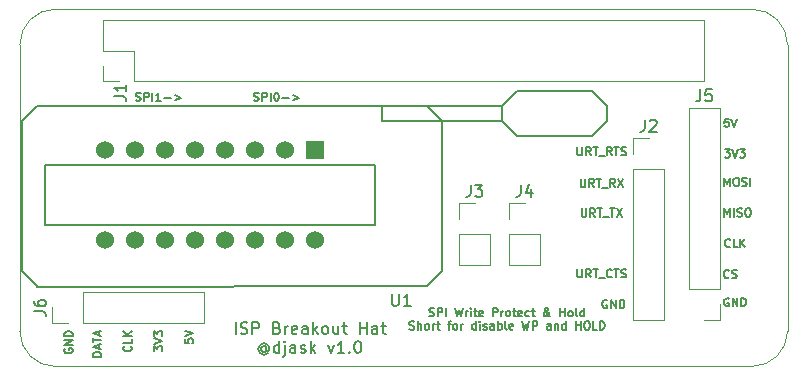
<source format=gbr>
G04 #@! TF.GenerationSoftware,KiCad,Pcbnew,(6.0.4)*
G04 #@! TF.CreationDate,2022-07-30T17:53:10+10:00*
G04 #@! TF.ProjectId,rpi_hat,7270695f-6861-4742-9e6b-696361645f70,rev?*
G04 #@! TF.SameCoordinates,Original*
G04 #@! TF.FileFunction,Legend,Top*
G04 #@! TF.FilePolarity,Positive*
%FSLAX46Y46*%
G04 Gerber Fmt 4.6, Leading zero omitted, Abs format (unit mm)*
G04 Created by KiCad (PCBNEW (6.0.4)) date 2022-07-30 17:53:10*
%MOMM*%
%LPD*%
G01*
G04 APERTURE LIST*
G04 #@! TA.AperFunction,Profile*
%ADD10C,0.100000*%
G04 #@! TD*
%ADD11C,0.150000*%
%ADD12C,0.120000*%
%ADD13R,1.524000X1.524000*%
%ADD14C,1.524000*%
G04 APERTURE END LIST*
D10*
X162250000Y-89999995D02*
G75*
G03*
X165249995Y-87000000I-2600J3002595D01*
G01*
X100250000Y-62750000D02*
X100250000Y-87000000D01*
X165250000Y-62750000D02*
G75*
G03*
X162250000Y-59750000I-3000000J0D01*
G01*
X162250000Y-59750000D02*
X103250000Y-59750000D01*
X165250000Y-87000000D02*
X165250000Y-62750000D01*
X103250000Y-90000000D02*
X162250000Y-90000000D01*
X103250000Y-59750000D02*
G75*
G03*
X100250000Y-62750000I0J-3000000D01*
G01*
X100250000Y-87000000D02*
G75*
G03*
X103250000Y-90000000I3000000J0D01*
G01*
D11*
X134933333Y-85719833D02*
X135033333Y-85753166D01*
X135200000Y-85753166D01*
X135266666Y-85719833D01*
X135300000Y-85686500D01*
X135333333Y-85619833D01*
X135333333Y-85553166D01*
X135300000Y-85486500D01*
X135266666Y-85453166D01*
X135200000Y-85419833D01*
X135066666Y-85386500D01*
X135000000Y-85353166D01*
X134966666Y-85319833D01*
X134933333Y-85253166D01*
X134933333Y-85186500D01*
X134966666Y-85119833D01*
X135000000Y-85086500D01*
X135066666Y-85053166D01*
X135233333Y-85053166D01*
X135333333Y-85086500D01*
X135633333Y-85753166D02*
X135633333Y-85053166D01*
X135900000Y-85053166D01*
X135966666Y-85086500D01*
X136000000Y-85119833D01*
X136033333Y-85186500D01*
X136033333Y-85286500D01*
X136000000Y-85353166D01*
X135966666Y-85386500D01*
X135900000Y-85419833D01*
X135633333Y-85419833D01*
X136333333Y-85753166D02*
X136333333Y-85053166D01*
X137133333Y-85053166D02*
X137300000Y-85753166D01*
X137433333Y-85253166D01*
X137566666Y-85753166D01*
X137733333Y-85053166D01*
X138000000Y-85753166D02*
X138000000Y-85286500D01*
X138000000Y-85419833D02*
X138033333Y-85353166D01*
X138066666Y-85319833D01*
X138133333Y-85286500D01*
X138200000Y-85286500D01*
X138433333Y-85753166D02*
X138433333Y-85286500D01*
X138433333Y-85053166D02*
X138400000Y-85086500D01*
X138433333Y-85119833D01*
X138466666Y-85086500D01*
X138433333Y-85053166D01*
X138433333Y-85119833D01*
X138666666Y-85286500D02*
X138933333Y-85286500D01*
X138766666Y-85053166D02*
X138766666Y-85653166D01*
X138800000Y-85719833D01*
X138866666Y-85753166D01*
X138933333Y-85753166D01*
X139433333Y-85719833D02*
X139366666Y-85753166D01*
X139233333Y-85753166D01*
X139166666Y-85719833D01*
X139133333Y-85653166D01*
X139133333Y-85386500D01*
X139166666Y-85319833D01*
X139233333Y-85286500D01*
X139366666Y-85286500D01*
X139433333Y-85319833D01*
X139466666Y-85386500D01*
X139466666Y-85453166D01*
X139133333Y-85519833D01*
X140300000Y-85753166D02*
X140300000Y-85053166D01*
X140566666Y-85053166D01*
X140633333Y-85086500D01*
X140666666Y-85119833D01*
X140700000Y-85186500D01*
X140700000Y-85286500D01*
X140666666Y-85353166D01*
X140633333Y-85386500D01*
X140566666Y-85419833D01*
X140300000Y-85419833D01*
X141000000Y-85753166D02*
X141000000Y-85286500D01*
X141000000Y-85419833D02*
X141033333Y-85353166D01*
X141066666Y-85319833D01*
X141133333Y-85286500D01*
X141200000Y-85286500D01*
X141533333Y-85753166D02*
X141466666Y-85719833D01*
X141433333Y-85686500D01*
X141400000Y-85619833D01*
X141400000Y-85419833D01*
X141433333Y-85353166D01*
X141466666Y-85319833D01*
X141533333Y-85286500D01*
X141633333Y-85286500D01*
X141700000Y-85319833D01*
X141733333Y-85353166D01*
X141766666Y-85419833D01*
X141766666Y-85619833D01*
X141733333Y-85686500D01*
X141700000Y-85719833D01*
X141633333Y-85753166D01*
X141533333Y-85753166D01*
X141966666Y-85286500D02*
X142233333Y-85286500D01*
X142066666Y-85053166D02*
X142066666Y-85653166D01*
X142100000Y-85719833D01*
X142166666Y-85753166D01*
X142233333Y-85753166D01*
X142733333Y-85719833D02*
X142666666Y-85753166D01*
X142533333Y-85753166D01*
X142466666Y-85719833D01*
X142433333Y-85653166D01*
X142433333Y-85386500D01*
X142466666Y-85319833D01*
X142533333Y-85286500D01*
X142666666Y-85286500D01*
X142733333Y-85319833D01*
X142766666Y-85386500D01*
X142766666Y-85453166D01*
X142433333Y-85519833D01*
X143366666Y-85719833D02*
X143300000Y-85753166D01*
X143166666Y-85753166D01*
X143100000Y-85719833D01*
X143066666Y-85686500D01*
X143033333Y-85619833D01*
X143033333Y-85419833D01*
X143066666Y-85353166D01*
X143100000Y-85319833D01*
X143166666Y-85286500D01*
X143300000Y-85286500D01*
X143366666Y-85319833D01*
X143566666Y-85286500D02*
X143833333Y-85286500D01*
X143666666Y-85053166D02*
X143666666Y-85653166D01*
X143700000Y-85719833D01*
X143766666Y-85753166D01*
X143833333Y-85753166D01*
X145166666Y-85753166D02*
X145133333Y-85753166D01*
X145066666Y-85719833D01*
X144966666Y-85619833D01*
X144800000Y-85419833D01*
X144733333Y-85319833D01*
X144700000Y-85219833D01*
X144700000Y-85153166D01*
X144733333Y-85086500D01*
X144800000Y-85053166D01*
X144833333Y-85053166D01*
X144900000Y-85086500D01*
X144933333Y-85153166D01*
X144933333Y-85186500D01*
X144900000Y-85253166D01*
X144866666Y-85286500D01*
X144666666Y-85419833D01*
X144633333Y-85453166D01*
X144600000Y-85519833D01*
X144600000Y-85619833D01*
X144633333Y-85686500D01*
X144666666Y-85719833D01*
X144733333Y-85753166D01*
X144833333Y-85753166D01*
X144900000Y-85719833D01*
X144933333Y-85686500D01*
X145033333Y-85553166D01*
X145066666Y-85453166D01*
X145066666Y-85386500D01*
X146000000Y-85753166D02*
X146000000Y-85053166D01*
X146000000Y-85386500D02*
X146400000Y-85386500D01*
X146400000Y-85753166D02*
X146400000Y-85053166D01*
X146833333Y-85753166D02*
X146766666Y-85719833D01*
X146733333Y-85686500D01*
X146700000Y-85619833D01*
X146700000Y-85419833D01*
X146733333Y-85353166D01*
X146766666Y-85319833D01*
X146833333Y-85286500D01*
X146933333Y-85286500D01*
X147000000Y-85319833D01*
X147033333Y-85353166D01*
X147066666Y-85419833D01*
X147066666Y-85619833D01*
X147033333Y-85686500D01*
X147000000Y-85719833D01*
X146933333Y-85753166D01*
X146833333Y-85753166D01*
X147466666Y-85753166D02*
X147400000Y-85719833D01*
X147366666Y-85653166D01*
X147366666Y-85053166D01*
X148033333Y-85753166D02*
X148033333Y-85053166D01*
X148033333Y-85719833D02*
X147966666Y-85753166D01*
X147833333Y-85753166D01*
X147766666Y-85719833D01*
X147733333Y-85686500D01*
X147700000Y-85619833D01*
X147700000Y-85419833D01*
X147733333Y-85353166D01*
X147766666Y-85319833D01*
X147833333Y-85286500D01*
X147966666Y-85286500D01*
X148033333Y-85319833D01*
X133233333Y-86846833D02*
X133333333Y-86880166D01*
X133500000Y-86880166D01*
X133566666Y-86846833D01*
X133600000Y-86813500D01*
X133633333Y-86746833D01*
X133633333Y-86680166D01*
X133600000Y-86613500D01*
X133566666Y-86580166D01*
X133500000Y-86546833D01*
X133366666Y-86513500D01*
X133300000Y-86480166D01*
X133266666Y-86446833D01*
X133233333Y-86380166D01*
X133233333Y-86313500D01*
X133266666Y-86246833D01*
X133300000Y-86213500D01*
X133366666Y-86180166D01*
X133533333Y-86180166D01*
X133633333Y-86213500D01*
X133933333Y-86880166D02*
X133933333Y-86180166D01*
X134233333Y-86880166D02*
X134233333Y-86513500D01*
X134200000Y-86446833D01*
X134133333Y-86413500D01*
X134033333Y-86413500D01*
X133966666Y-86446833D01*
X133933333Y-86480166D01*
X134666666Y-86880166D02*
X134600000Y-86846833D01*
X134566666Y-86813500D01*
X134533333Y-86746833D01*
X134533333Y-86546833D01*
X134566666Y-86480166D01*
X134600000Y-86446833D01*
X134666666Y-86413500D01*
X134766666Y-86413500D01*
X134833333Y-86446833D01*
X134866666Y-86480166D01*
X134900000Y-86546833D01*
X134900000Y-86746833D01*
X134866666Y-86813500D01*
X134833333Y-86846833D01*
X134766666Y-86880166D01*
X134666666Y-86880166D01*
X135200000Y-86880166D02*
X135200000Y-86413500D01*
X135200000Y-86546833D02*
X135233333Y-86480166D01*
X135266666Y-86446833D01*
X135333333Y-86413500D01*
X135400000Y-86413500D01*
X135533333Y-86413500D02*
X135800000Y-86413500D01*
X135633333Y-86180166D02*
X135633333Y-86780166D01*
X135666666Y-86846833D01*
X135733333Y-86880166D01*
X135800000Y-86880166D01*
X136466666Y-86413500D02*
X136733333Y-86413500D01*
X136566666Y-86880166D02*
X136566666Y-86280166D01*
X136600000Y-86213500D01*
X136666666Y-86180166D01*
X136733333Y-86180166D01*
X137066666Y-86880166D02*
X137000000Y-86846833D01*
X136966666Y-86813500D01*
X136933333Y-86746833D01*
X136933333Y-86546833D01*
X136966666Y-86480166D01*
X137000000Y-86446833D01*
X137066666Y-86413500D01*
X137166666Y-86413500D01*
X137233333Y-86446833D01*
X137266666Y-86480166D01*
X137300000Y-86546833D01*
X137300000Y-86746833D01*
X137266666Y-86813500D01*
X137233333Y-86846833D01*
X137166666Y-86880166D01*
X137066666Y-86880166D01*
X137600000Y-86880166D02*
X137600000Y-86413500D01*
X137600000Y-86546833D02*
X137633333Y-86480166D01*
X137666666Y-86446833D01*
X137733333Y-86413500D01*
X137800000Y-86413500D01*
X138866666Y-86880166D02*
X138866666Y-86180166D01*
X138866666Y-86846833D02*
X138800000Y-86880166D01*
X138666666Y-86880166D01*
X138600000Y-86846833D01*
X138566666Y-86813500D01*
X138533333Y-86746833D01*
X138533333Y-86546833D01*
X138566666Y-86480166D01*
X138600000Y-86446833D01*
X138666666Y-86413500D01*
X138800000Y-86413500D01*
X138866666Y-86446833D01*
X139200000Y-86880166D02*
X139200000Y-86413500D01*
X139200000Y-86180166D02*
X139166666Y-86213500D01*
X139200000Y-86246833D01*
X139233333Y-86213500D01*
X139200000Y-86180166D01*
X139200000Y-86246833D01*
X139500000Y-86846833D02*
X139566666Y-86880166D01*
X139700000Y-86880166D01*
X139766666Y-86846833D01*
X139800000Y-86780166D01*
X139800000Y-86746833D01*
X139766666Y-86680166D01*
X139700000Y-86646833D01*
X139600000Y-86646833D01*
X139533333Y-86613500D01*
X139500000Y-86546833D01*
X139500000Y-86513500D01*
X139533333Y-86446833D01*
X139600000Y-86413500D01*
X139700000Y-86413500D01*
X139766666Y-86446833D01*
X140400000Y-86880166D02*
X140400000Y-86513500D01*
X140366666Y-86446833D01*
X140300000Y-86413500D01*
X140166666Y-86413500D01*
X140100000Y-86446833D01*
X140400000Y-86846833D02*
X140333333Y-86880166D01*
X140166666Y-86880166D01*
X140100000Y-86846833D01*
X140066666Y-86780166D01*
X140066666Y-86713500D01*
X140100000Y-86646833D01*
X140166666Y-86613500D01*
X140333333Y-86613500D01*
X140400000Y-86580166D01*
X140733333Y-86880166D02*
X140733333Y-86180166D01*
X140733333Y-86446833D02*
X140800000Y-86413500D01*
X140933333Y-86413500D01*
X141000000Y-86446833D01*
X141033333Y-86480166D01*
X141066666Y-86546833D01*
X141066666Y-86746833D01*
X141033333Y-86813500D01*
X141000000Y-86846833D01*
X140933333Y-86880166D01*
X140800000Y-86880166D01*
X140733333Y-86846833D01*
X141466666Y-86880166D02*
X141400000Y-86846833D01*
X141366666Y-86780166D01*
X141366666Y-86180166D01*
X142000000Y-86846833D02*
X141933333Y-86880166D01*
X141800000Y-86880166D01*
X141733333Y-86846833D01*
X141700000Y-86780166D01*
X141700000Y-86513500D01*
X141733333Y-86446833D01*
X141800000Y-86413500D01*
X141933333Y-86413500D01*
X142000000Y-86446833D01*
X142033333Y-86513500D01*
X142033333Y-86580166D01*
X141700000Y-86646833D01*
X142800000Y-86180166D02*
X142966666Y-86880166D01*
X143100000Y-86380166D01*
X143233333Y-86880166D01*
X143400000Y-86180166D01*
X143666666Y-86880166D02*
X143666666Y-86180166D01*
X143933333Y-86180166D01*
X144000000Y-86213500D01*
X144033333Y-86246833D01*
X144066666Y-86313500D01*
X144066666Y-86413500D01*
X144033333Y-86480166D01*
X144000000Y-86513500D01*
X143933333Y-86546833D01*
X143666666Y-86546833D01*
X145200000Y-86880166D02*
X145200000Y-86513500D01*
X145166666Y-86446833D01*
X145100000Y-86413500D01*
X144966666Y-86413500D01*
X144900000Y-86446833D01*
X145200000Y-86846833D02*
X145133333Y-86880166D01*
X144966666Y-86880166D01*
X144900000Y-86846833D01*
X144866666Y-86780166D01*
X144866666Y-86713500D01*
X144900000Y-86646833D01*
X144966666Y-86613500D01*
X145133333Y-86613500D01*
X145200000Y-86580166D01*
X145533333Y-86413500D02*
X145533333Y-86880166D01*
X145533333Y-86480166D02*
X145566666Y-86446833D01*
X145633333Y-86413500D01*
X145733333Y-86413500D01*
X145800000Y-86446833D01*
X145833333Y-86513500D01*
X145833333Y-86880166D01*
X146466666Y-86880166D02*
X146466666Y-86180166D01*
X146466666Y-86846833D02*
X146400000Y-86880166D01*
X146266666Y-86880166D01*
X146200000Y-86846833D01*
X146166666Y-86813500D01*
X146133333Y-86746833D01*
X146133333Y-86546833D01*
X146166666Y-86480166D01*
X146200000Y-86446833D01*
X146266666Y-86413500D01*
X146400000Y-86413500D01*
X146466666Y-86446833D01*
X147333333Y-86880166D02*
X147333333Y-86180166D01*
X147333333Y-86513500D02*
X147733333Y-86513500D01*
X147733333Y-86880166D02*
X147733333Y-86180166D01*
X148200000Y-86180166D02*
X148333333Y-86180166D01*
X148400000Y-86213500D01*
X148466666Y-86280166D01*
X148500000Y-86413500D01*
X148500000Y-86646833D01*
X148466666Y-86780166D01*
X148400000Y-86846833D01*
X148333333Y-86880166D01*
X148200000Y-86880166D01*
X148133333Y-86846833D01*
X148066666Y-86780166D01*
X148033333Y-86646833D01*
X148033333Y-86413500D01*
X148066666Y-86280166D01*
X148133333Y-86213500D01*
X148200000Y-86180166D01*
X149133333Y-86880166D02*
X148800000Y-86880166D01*
X148800000Y-86180166D01*
X149366666Y-86880166D02*
X149366666Y-86180166D01*
X149533333Y-86180166D01*
X149633333Y-86213500D01*
X149700000Y-86280166D01*
X149733333Y-86346833D01*
X149766666Y-86480166D01*
X149766666Y-86580166D01*
X149733333Y-86713500D01*
X149700000Y-86780166D01*
X149633333Y-86846833D01*
X149533333Y-86880166D01*
X149366666Y-86880166D01*
X118514285Y-87247380D02*
X118514285Y-86247380D01*
X118942857Y-87199761D02*
X119085714Y-87247380D01*
X119323809Y-87247380D01*
X119419047Y-87199761D01*
X119466666Y-87152142D01*
X119514285Y-87056904D01*
X119514285Y-86961666D01*
X119466666Y-86866428D01*
X119419047Y-86818809D01*
X119323809Y-86771190D01*
X119133333Y-86723571D01*
X119038095Y-86675952D01*
X118990476Y-86628333D01*
X118942857Y-86533095D01*
X118942857Y-86437857D01*
X118990476Y-86342619D01*
X119038095Y-86295000D01*
X119133333Y-86247380D01*
X119371428Y-86247380D01*
X119514285Y-86295000D01*
X119942857Y-87247380D02*
X119942857Y-86247380D01*
X120323809Y-86247380D01*
X120419047Y-86295000D01*
X120466666Y-86342619D01*
X120514285Y-86437857D01*
X120514285Y-86580714D01*
X120466666Y-86675952D01*
X120419047Y-86723571D01*
X120323809Y-86771190D01*
X119942857Y-86771190D01*
X122038095Y-86723571D02*
X122180952Y-86771190D01*
X122228571Y-86818809D01*
X122276190Y-86914047D01*
X122276190Y-87056904D01*
X122228571Y-87152142D01*
X122180952Y-87199761D01*
X122085714Y-87247380D01*
X121704761Y-87247380D01*
X121704761Y-86247380D01*
X122038095Y-86247380D01*
X122133333Y-86295000D01*
X122180952Y-86342619D01*
X122228571Y-86437857D01*
X122228571Y-86533095D01*
X122180952Y-86628333D01*
X122133333Y-86675952D01*
X122038095Y-86723571D01*
X121704761Y-86723571D01*
X122704761Y-87247380D02*
X122704761Y-86580714D01*
X122704761Y-86771190D02*
X122752380Y-86675952D01*
X122800000Y-86628333D01*
X122895238Y-86580714D01*
X122990476Y-86580714D01*
X123704761Y-87199761D02*
X123609523Y-87247380D01*
X123419047Y-87247380D01*
X123323809Y-87199761D01*
X123276190Y-87104523D01*
X123276190Y-86723571D01*
X123323809Y-86628333D01*
X123419047Y-86580714D01*
X123609523Y-86580714D01*
X123704761Y-86628333D01*
X123752380Y-86723571D01*
X123752380Y-86818809D01*
X123276190Y-86914047D01*
X124609523Y-87247380D02*
X124609523Y-86723571D01*
X124561904Y-86628333D01*
X124466666Y-86580714D01*
X124276190Y-86580714D01*
X124180952Y-86628333D01*
X124609523Y-87199761D02*
X124514285Y-87247380D01*
X124276190Y-87247380D01*
X124180952Y-87199761D01*
X124133333Y-87104523D01*
X124133333Y-87009285D01*
X124180952Y-86914047D01*
X124276190Y-86866428D01*
X124514285Y-86866428D01*
X124609523Y-86818809D01*
X125085714Y-87247380D02*
X125085714Y-86247380D01*
X125180952Y-86866428D02*
X125466666Y-87247380D01*
X125466666Y-86580714D02*
X125085714Y-86961666D01*
X126038095Y-87247380D02*
X125942857Y-87199761D01*
X125895238Y-87152142D01*
X125847619Y-87056904D01*
X125847619Y-86771190D01*
X125895238Y-86675952D01*
X125942857Y-86628333D01*
X126038095Y-86580714D01*
X126180952Y-86580714D01*
X126276190Y-86628333D01*
X126323809Y-86675952D01*
X126371428Y-86771190D01*
X126371428Y-87056904D01*
X126323809Y-87152142D01*
X126276190Y-87199761D01*
X126180952Y-87247380D01*
X126038095Y-87247380D01*
X127228571Y-86580714D02*
X127228571Y-87247380D01*
X126800000Y-86580714D02*
X126800000Y-87104523D01*
X126847619Y-87199761D01*
X126942857Y-87247380D01*
X127085714Y-87247380D01*
X127180952Y-87199761D01*
X127228571Y-87152142D01*
X127561904Y-86580714D02*
X127942857Y-86580714D01*
X127704761Y-86247380D02*
X127704761Y-87104523D01*
X127752380Y-87199761D01*
X127847619Y-87247380D01*
X127942857Y-87247380D01*
X129038095Y-87247380D02*
X129038095Y-86247380D01*
X129038095Y-86723571D02*
X129609523Y-86723571D01*
X129609523Y-87247380D02*
X129609523Y-86247380D01*
X130514285Y-87247380D02*
X130514285Y-86723571D01*
X130466666Y-86628333D01*
X130371428Y-86580714D01*
X130180952Y-86580714D01*
X130085714Y-86628333D01*
X130514285Y-87199761D02*
X130419047Y-87247380D01*
X130180952Y-87247380D01*
X130085714Y-87199761D01*
X130038095Y-87104523D01*
X130038095Y-87009285D01*
X130085714Y-86914047D01*
X130180952Y-86866428D01*
X130419047Y-86866428D01*
X130514285Y-86818809D01*
X130847619Y-86580714D02*
X131228571Y-86580714D01*
X130990476Y-86247380D02*
X130990476Y-87104523D01*
X131038095Y-87199761D01*
X131133333Y-87247380D01*
X131228571Y-87247380D01*
X121109523Y-88381190D02*
X121061904Y-88333571D01*
X120966666Y-88285952D01*
X120871428Y-88285952D01*
X120776190Y-88333571D01*
X120728571Y-88381190D01*
X120680952Y-88476428D01*
X120680952Y-88571666D01*
X120728571Y-88666904D01*
X120776190Y-88714523D01*
X120871428Y-88762142D01*
X120966666Y-88762142D01*
X121061904Y-88714523D01*
X121109523Y-88666904D01*
X121109523Y-88285952D02*
X121109523Y-88666904D01*
X121157142Y-88714523D01*
X121204761Y-88714523D01*
X121300000Y-88666904D01*
X121347619Y-88571666D01*
X121347619Y-88333571D01*
X121252380Y-88190714D01*
X121109523Y-88095476D01*
X120919047Y-88047857D01*
X120728571Y-88095476D01*
X120585714Y-88190714D01*
X120490476Y-88333571D01*
X120442857Y-88524047D01*
X120490476Y-88714523D01*
X120585714Y-88857380D01*
X120728571Y-88952619D01*
X120919047Y-89000238D01*
X121109523Y-88952619D01*
X121252380Y-88857380D01*
X122204761Y-88857380D02*
X122204761Y-87857380D01*
X122204761Y-88809761D02*
X122109523Y-88857380D01*
X121919047Y-88857380D01*
X121823809Y-88809761D01*
X121776190Y-88762142D01*
X121728571Y-88666904D01*
X121728571Y-88381190D01*
X121776190Y-88285952D01*
X121823809Y-88238333D01*
X121919047Y-88190714D01*
X122109523Y-88190714D01*
X122204761Y-88238333D01*
X122680952Y-88190714D02*
X122680952Y-89047857D01*
X122633333Y-89143095D01*
X122538095Y-89190714D01*
X122490476Y-89190714D01*
X122680952Y-87857380D02*
X122633333Y-87905000D01*
X122680952Y-87952619D01*
X122728571Y-87905000D01*
X122680952Y-87857380D01*
X122680952Y-87952619D01*
X123585714Y-88857380D02*
X123585714Y-88333571D01*
X123538095Y-88238333D01*
X123442857Y-88190714D01*
X123252380Y-88190714D01*
X123157142Y-88238333D01*
X123585714Y-88809761D02*
X123490476Y-88857380D01*
X123252380Y-88857380D01*
X123157142Y-88809761D01*
X123109523Y-88714523D01*
X123109523Y-88619285D01*
X123157142Y-88524047D01*
X123252380Y-88476428D01*
X123490476Y-88476428D01*
X123585714Y-88428809D01*
X124014285Y-88809761D02*
X124109523Y-88857380D01*
X124300000Y-88857380D01*
X124395238Y-88809761D01*
X124442857Y-88714523D01*
X124442857Y-88666904D01*
X124395238Y-88571666D01*
X124300000Y-88524047D01*
X124157142Y-88524047D01*
X124061904Y-88476428D01*
X124014285Y-88381190D01*
X124014285Y-88333571D01*
X124061904Y-88238333D01*
X124157142Y-88190714D01*
X124300000Y-88190714D01*
X124395238Y-88238333D01*
X124871428Y-88857380D02*
X124871428Y-87857380D01*
X124966666Y-88476428D02*
X125252380Y-88857380D01*
X125252380Y-88190714D02*
X124871428Y-88571666D01*
X126347619Y-88190714D02*
X126585714Y-88857380D01*
X126823809Y-88190714D01*
X127728571Y-88857380D02*
X127157142Y-88857380D01*
X127442857Y-88857380D02*
X127442857Y-87857380D01*
X127347619Y-88000238D01*
X127252380Y-88095476D01*
X127157142Y-88143095D01*
X128157142Y-88762142D02*
X128204761Y-88809761D01*
X128157142Y-88857380D01*
X128109523Y-88809761D01*
X128157142Y-88762142D01*
X128157142Y-88857380D01*
X128823809Y-87857380D02*
X128919047Y-87857380D01*
X129014285Y-87905000D01*
X129061904Y-87952619D01*
X129109523Y-88047857D01*
X129157142Y-88238333D01*
X129157142Y-88476428D01*
X129109523Y-88666904D01*
X129061904Y-88762142D01*
X129014285Y-88809761D01*
X128919047Y-88857380D01*
X128823809Y-88857380D01*
X128728571Y-88809761D01*
X128680952Y-88762142D01*
X128633333Y-88666904D01*
X128585714Y-88476428D01*
X128585714Y-88238333D01*
X128633333Y-88047857D01*
X128680952Y-87952619D01*
X128728571Y-87905000D01*
X128823809Y-87857380D01*
X159900000Y-74716666D02*
X159900000Y-74016666D01*
X160133333Y-74516666D01*
X160366666Y-74016666D01*
X160366666Y-74716666D01*
X160833333Y-74016666D02*
X160966666Y-74016666D01*
X161033333Y-74050000D01*
X161100000Y-74116666D01*
X161133333Y-74250000D01*
X161133333Y-74483333D01*
X161100000Y-74616666D01*
X161033333Y-74683333D01*
X160966666Y-74716666D01*
X160833333Y-74716666D01*
X160766666Y-74683333D01*
X160700000Y-74616666D01*
X160666666Y-74483333D01*
X160666666Y-74250000D01*
X160700000Y-74116666D01*
X160766666Y-74050000D01*
X160833333Y-74016666D01*
X161400000Y-74683333D02*
X161500000Y-74716666D01*
X161666666Y-74716666D01*
X161733333Y-74683333D01*
X161766666Y-74650000D01*
X161800000Y-74583333D01*
X161800000Y-74516666D01*
X161766666Y-74450000D01*
X161733333Y-74416666D01*
X161666666Y-74383333D01*
X161533333Y-74350000D01*
X161466666Y-74316666D01*
X161433333Y-74283333D01*
X161400000Y-74216666D01*
X161400000Y-74150000D01*
X161433333Y-74083333D01*
X161466666Y-74050000D01*
X161533333Y-74016666D01*
X161700000Y-74016666D01*
X161800000Y-74050000D01*
X162100000Y-74716666D02*
X162100000Y-74016666D01*
X109650000Y-88297500D02*
X109683333Y-88330833D01*
X109716666Y-88430833D01*
X109716666Y-88497500D01*
X109683333Y-88597500D01*
X109616666Y-88664166D01*
X109550000Y-88697500D01*
X109416666Y-88730833D01*
X109316666Y-88730833D01*
X109183333Y-88697500D01*
X109116666Y-88664166D01*
X109050000Y-88597500D01*
X109016666Y-88497500D01*
X109016666Y-88430833D01*
X109050000Y-88330833D01*
X109083333Y-88297500D01*
X109716666Y-87664166D02*
X109716666Y-87997500D01*
X109016666Y-87997500D01*
X109716666Y-87430833D02*
X109016666Y-87430833D01*
X109716666Y-87030833D02*
X109316666Y-87330833D01*
X109016666Y-87030833D02*
X109416666Y-87430833D01*
X159933333Y-71616666D02*
X160366666Y-71616666D01*
X160133333Y-71883333D01*
X160233333Y-71883333D01*
X160300000Y-71916666D01*
X160333333Y-71950000D01*
X160366666Y-72016666D01*
X160366666Y-72183333D01*
X160333333Y-72250000D01*
X160300000Y-72283333D01*
X160233333Y-72316666D01*
X160033333Y-72316666D01*
X159966666Y-72283333D01*
X159933333Y-72250000D01*
X160566666Y-71616666D02*
X160800000Y-72316666D01*
X161033333Y-71616666D01*
X161200000Y-71616666D02*
X161633333Y-71616666D01*
X161400000Y-71883333D01*
X161500000Y-71883333D01*
X161566666Y-71916666D01*
X161600000Y-71950000D01*
X161633333Y-72016666D01*
X161633333Y-72183333D01*
X161600000Y-72250000D01*
X161566666Y-72283333D01*
X161500000Y-72316666D01*
X161300000Y-72316666D01*
X161233333Y-72283333D01*
X161200000Y-72250000D01*
X120083333Y-67483333D02*
X120183333Y-67516666D01*
X120350000Y-67516666D01*
X120416666Y-67483333D01*
X120450000Y-67450000D01*
X120483333Y-67383333D01*
X120483333Y-67316666D01*
X120450000Y-67250000D01*
X120416666Y-67216666D01*
X120350000Y-67183333D01*
X120216666Y-67150000D01*
X120150000Y-67116666D01*
X120116666Y-67083333D01*
X120083333Y-67016666D01*
X120083333Y-66950000D01*
X120116666Y-66883333D01*
X120150000Y-66850000D01*
X120216666Y-66816666D01*
X120383333Y-66816666D01*
X120483333Y-66850000D01*
X120783333Y-67516666D02*
X120783333Y-66816666D01*
X121050000Y-66816666D01*
X121116666Y-66850000D01*
X121150000Y-66883333D01*
X121183333Y-66950000D01*
X121183333Y-67050000D01*
X121150000Y-67116666D01*
X121116666Y-67150000D01*
X121050000Y-67183333D01*
X120783333Y-67183333D01*
X121483333Y-67516666D02*
X121483333Y-66816666D01*
X121950000Y-66816666D02*
X122016666Y-66816666D01*
X122083333Y-66850000D01*
X122116666Y-66883333D01*
X122150000Y-66950000D01*
X122183333Y-67083333D01*
X122183333Y-67250000D01*
X122150000Y-67383333D01*
X122116666Y-67450000D01*
X122083333Y-67483333D01*
X122016666Y-67516666D01*
X121950000Y-67516666D01*
X121883333Y-67483333D01*
X121850000Y-67450000D01*
X121816666Y-67383333D01*
X121783333Y-67250000D01*
X121783333Y-67083333D01*
X121816666Y-66950000D01*
X121850000Y-66883333D01*
X121883333Y-66850000D01*
X121950000Y-66816666D01*
X122483333Y-67250000D02*
X123016666Y-67250000D01*
X123350000Y-67050000D02*
X123883333Y-67250000D01*
X123350000Y-67450000D01*
X149966666Y-84400000D02*
X149900000Y-84366666D01*
X149800000Y-84366666D01*
X149700000Y-84400000D01*
X149633333Y-84466666D01*
X149600000Y-84533333D01*
X149566666Y-84666666D01*
X149566666Y-84766666D01*
X149600000Y-84900000D01*
X149633333Y-84966666D01*
X149700000Y-85033333D01*
X149800000Y-85066666D01*
X149866666Y-85066666D01*
X149966666Y-85033333D01*
X150000000Y-85000000D01*
X150000000Y-84766666D01*
X149866666Y-84766666D01*
X150300000Y-85066666D02*
X150300000Y-84366666D01*
X150700000Y-85066666D01*
X150700000Y-84366666D01*
X151033333Y-85066666D02*
X151033333Y-84366666D01*
X151200000Y-84366666D01*
X151300000Y-84400000D01*
X151366666Y-84466666D01*
X151400000Y-84533333D01*
X151433333Y-84666666D01*
X151433333Y-84766666D01*
X151400000Y-84900000D01*
X151366666Y-84966666D01*
X151300000Y-85033333D01*
X151200000Y-85066666D01*
X151033333Y-85066666D01*
X147466666Y-81766666D02*
X147466666Y-82333333D01*
X147500000Y-82400000D01*
X147533333Y-82433333D01*
X147600000Y-82466666D01*
X147733333Y-82466666D01*
X147800000Y-82433333D01*
X147833333Y-82400000D01*
X147866666Y-82333333D01*
X147866666Y-81766666D01*
X148600000Y-82466666D02*
X148366666Y-82133333D01*
X148200000Y-82466666D02*
X148200000Y-81766666D01*
X148466666Y-81766666D01*
X148533333Y-81800000D01*
X148566666Y-81833333D01*
X148600000Y-81900000D01*
X148600000Y-82000000D01*
X148566666Y-82066666D01*
X148533333Y-82100000D01*
X148466666Y-82133333D01*
X148200000Y-82133333D01*
X148800000Y-81766666D02*
X149200000Y-81766666D01*
X149000000Y-82466666D02*
X149000000Y-81766666D01*
X149266666Y-82533333D02*
X149800000Y-82533333D01*
X150366666Y-82400000D02*
X150333333Y-82433333D01*
X150233333Y-82466666D01*
X150166666Y-82466666D01*
X150066666Y-82433333D01*
X150000000Y-82366666D01*
X149966666Y-82300000D01*
X149933333Y-82166666D01*
X149933333Y-82066666D01*
X149966666Y-81933333D01*
X150000000Y-81866666D01*
X150066666Y-81800000D01*
X150166666Y-81766666D01*
X150233333Y-81766666D01*
X150333333Y-81800000D01*
X150366666Y-81833333D01*
X150566666Y-81766666D02*
X150966666Y-81766666D01*
X150766666Y-82466666D02*
X150766666Y-81766666D01*
X151166666Y-82433333D02*
X151266666Y-82466666D01*
X151433333Y-82466666D01*
X151500000Y-82433333D01*
X151533333Y-82400000D01*
X151566666Y-82333333D01*
X151566666Y-82266666D01*
X151533333Y-82200000D01*
X151500000Y-82166666D01*
X151433333Y-82133333D01*
X151300000Y-82100000D01*
X151233333Y-82066666D01*
X151200000Y-82033333D01*
X151166666Y-81966666D01*
X151166666Y-81900000D01*
X151200000Y-81833333D01*
X151233333Y-81800000D01*
X151300000Y-81766666D01*
X151466666Y-81766666D01*
X151566666Y-81800000D01*
X160266666Y-69016666D02*
X159933333Y-69016666D01*
X159900000Y-69350000D01*
X159933333Y-69316666D01*
X160000000Y-69283333D01*
X160166666Y-69283333D01*
X160233333Y-69316666D01*
X160266666Y-69350000D01*
X160300000Y-69416666D01*
X160300000Y-69583333D01*
X160266666Y-69650000D01*
X160233333Y-69683333D01*
X160166666Y-69716666D01*
X160000000Y-69716666D01*
X159933333Y-69683333D01*
X159900000Y-69650000D01*
X160500000Y-69016666D02*
X160733333Y-69716666D01*
X160966666Y-69016666D01*
X147466666Y-71426666D02*
X147466666Y-71993333D01*
X147500000Y-72060000D01*
X147533333Y-72093333D01*
X147600000Y-72126666D01*
X147733333Y-72126666D01*
X147800000Y-72093333D01*
X147833333Y-72060000D01*
X147866666Y-71993333D01*
X147866666Y-71426666D01*
X148600000Y-72126666D02*
X148366666Y-71793333D01*
X148200000Y-72126666D02*
X148200000Y-71426666D01*
X148466666Y-71426666D01*
X148533333Y-71460000D01*
X148566666Y-71493333D01*
X148600000Y-71560000D01*
X148600000Y-71660000D01*
X148566666Y-71726666D01*
X148533333Y-71760000D01*
X148466666Y-71793333D01*
X148200000Y-71793333D01*
X148800000Y-71426666D02*
X149200000Y-71426666D01*
X149000000Y-72126666D02*
X149000000Y-71426666D01*
X149266666Y-72193333D02*
X149800000Y-72193333D01*
X150366666Y-72126666D02*
X150133333Y-71793333D01*
X149966666Y-72126666D02*
X149966666Y-71426666D01*
X150233333Y-71426666D01*
X150300000Y-71460000D01*
X150333333Y-71493333D01*
X150366666Y-71560000D01*
X150366666Y-71660000D01*
X150333333Y-71726666D01*
X150300000Y-71760000D01*
X150233333Y-71793333D01*
X149966666Y-71793333D01*
X150566666Y-71426666D02*
X150966666Y-71426666D01*
X150766666Y-72126666D02*
X150766666Y-71426666D01*
X151166666Y-72093333D02*
X151266666Y-72126666D01*
X151433333Y-72126666D01*
X151500000Y-72093333D01*
X151533333Y-72060000D01*
X151566666Y-71993333D01*
X151566666Y-71926666D01*
X151533333Y-71860000D01*
X151500000Y-71826666D01*
X151433333Y-71793333D01*
X151300000Y-71760000D01*
X151233333Y-71726666D01*
X151200000Y-71693333D01*
X151166666Y-71626666D01*
X151166666Y-71560000D01*
X151200000Y-71493333D01*
X151233333Y-71460000D01*
X151300000Y-71426666D01*
X151466666Y-71426666D01*
X151566666Y-71460000D01*
X160283333Y-82450000D02*
X160250000Y-82483333D01*
X160150000Y-82516666D01*
X160083333Y-82516666D01*
X159983333Y-82483333D01*
X159916666Y-82416666D01*
X159883333Y-82350000D01*
X159850000Y-82216666D01*
X159850000Y-82116666D01*
X159883333Y-81983333D01*
X159916666Y-81916666D01*
X159983333Y-81850000D01*
X160083333Y-81816666D01*
X160150000Y-81816666D01*
X160250000Y-81850000D01*
X160283333Y-81883333D01*
X160550000Y-82483333D02*
X160650000Y-82516666D01*
X160816666Y-82516666D01*
X160883333Y-82483333D01*
X160916666Y-82450000D01*
X160950000Y-82383333D01*
X160950000Y-82316666D01*
X160916666Y-82250000D01*
X160883333Y-82216666D01*
X160816666Y-82183333D01*
X160683333Y-82150000D01*
X160616666Y-82116666D01*
X160583333Y-82083333D01*
X160550000Y-82016666D01*
X160550000Y-81950000D01*
X160583333Y-81883333D01*
X160616666Y-81850000D01*
X160683333Y-81816666D01*
X160850000Y-81816666D01*
X160950000Y-81850000D01*
X111616666Y-88730833D02*
X111616666Y-88297500D01*
X111883333Y-88530833D01*
X111883333Y-88430833D01*
X111916666Y-88364166D01*
X111950000Y-88330833D01*
X112016666Y-88297500D01*
X112183333Y-88297500D01*
X112250000Y-88330833D01*
X112283333Y-88364166D01*
X112316666Y-88430833D01*
X112316666Y-88630833D01*
X112283333Y-88697500D01*
X112250000Y-88730833D01*
X111616666Y-88097500D02*
X112316666Y-87864166D01*
X111616666Y-87630833D01*
X111616666Y-87464166D02*
X111616666Y-87030833D01*
X111883333Y-87264166D01*
X111883333Y-87164166D01*
X111916666Y-87097500D01*
X111950000Y-87064166D01*
X112016666Y-87030833D01*
X112183333Y-87030833D01*
X112250000Y-87064166D01*
X112283333Y-87097500D01*
X112316666Y-87164166D01*
X112316666Y-87364166D01*
X112283333Y-87430833D01*
X112250000Y-87464166D01*
X160383333Y-79850000D02*
X160350000Y-79883333D01*
X160250000Y-79916666D01*
X160183333Y-79916666D01*
X160083333Y-79883333D01*
X160016666Y-79816666D01*
X159983333Y-79750000D01*
X159950000Y-79616666D01*
X159950000Y-79516666D01*
X159983333Y-79383333D01*
X160016666Y-79316666D01*
X160083333Y-79250000D01*
X160183333Y-79216666D01*
X160250000Y-79216666D01*
X160350000Y-79250000D01*
X160383333Y-79283333D01*
X161016666Y-79916666D02*
X160683333Y-79916666D01*
X160683333Y-79216666D01*
X161250000Y-79916666D02*
X161250000Y-79216666D01*
X161650000Y-79916666D02*
X161350000Y-79516666D01*
X161650000Y-79216666D02*
X161250000Y-79616666D01*
X159900000Y-77316666D02*
X159900000Y-76616666D01*
X160133333Y-77116666D01*
X160366666Y-76616666D01*
X160366666Y-77316666D01*
X160700000Y-77316666D02*
X160700000Y-76616666D01*
X161000000Y-77283333D02*
X161100000Y-77316666D01*
X161266666Y-77316666D01*
X161333333Y-77283333D01*
X161366666Y-77250000D01*
X161400000Y-77183333D01*
X161400000Y-77116666D01*
X161366666Y-77050000D01*
X161333333Y-77016666D01*
X161266666Y-76983333D01*
X161133333Y-76950000D01*
X161066666Y-76916666D01*
X161033333Y-76883333D01*
X161000000Y-76816666D01*
X161000000Y-76750000D01*
X161033333Y-76683333D01*
X161066666Y-76650000D01*
X161133333Y-76616666D01*
X161300000Y-76616666D01*
X161400000Y-76650000D01*
X161833333Y-76616666D02*
X161966666Y-76616666D01*
X162033333Y-76650000D01*
X162100000Y-76716666D01*
X162133333Y-76850000D01*
X162133333Y-77083333D01*
X162100000Y-77216666D01*
X162033333Y-77283333D01*
X161966666Y-77316666D01*
X161833333Y-77316666D01*
X161766666Y-77283333D01*
X161700000Y-77216666D01*
X161666666Y-77083333D01*
X161666666Y-76850000D01*
X161700000Y-76716666D01*
X161766666Y-76650000D01*
X161833333Y-76616666D01*
X147733333Y-74116666D02*
X147733333Y-74683333D01*
X147766666Y-74750000D01*
X147800000Y-74783333D01*
X147866666Y-74816666D01*
X148000000Y-74816666D01*
X148066666Y-74783333D01*
X148100000Y-74750000D01*
X148133333Y-74683333D01*
X148133333Y-74116666D01*
X148866666Y-74816666D02*
X148633333Y-74483333D01*
X148466666Y-74816666D02*
X148466666Y-74116666D01*
X148733333Y-74116666D01*
X148800000Y-74150000D01*
X148833333Y-74183333D01*
X148866666Y-74250000D01*
X148866666Y-74350000D01*
X148833333Y-74416666D01*
X148800000Y-74450000D01*
X148733333Y-74483333D01*
X148466666Y-74483333D01*
X149066666Y-74116666D02*
X149466666Y-74116666D01*
X149266666Y-74816666D02*
X149266666Y-74116666D01*
X149533333Y-74883333D02*
X150066666Y-74883333D01*
X150633333Y-74816666D02*
X150400000Y-74483333D01*
X150233333Y-74816666D02*
X150233333Y-74116666D01*
X150500000Y-74116666D01*
X150566666Y-74150000D01*
X150600000Y-74183333D01*
X150633333Y-74250000D01*
X150633333Y-74350000D01*
X150600000Y-74416666D01*
X150566666Y-74450000D01*
X150500000Y-74483333D01*
X150233333Y-74483333D01*
X150866666Y-74116666D02*
X151333333Y-74816666D01*
X151333333Y-74116666D02*
X150866666Y-74816666D01*
X110083333Y-67483333D02*
X110183333Y-67516666D01*
X110350000Y-67516666D01*
X110416666Y-67483333D01*
X110450000Y-67450000D01*
X110483333Y-67383333D01*
X110483333Y-67316666D01*
X110450000Y-67250000D01*
X110416666Y-67216666D01*
X110350000Y-67183333D01*
X110216666Y-67150000D01*
X110150000Y-67116666D01*
X110116666Y-67083333D01*
X110083333Y-67016666D01*
X110083333Y-66950000D01*
X110116666Y-66883333D01*
X110150000Y-66850000D01*
X110216666Y-66816666D01*
X110383333Y-66816666D01*
X110483333Y-66850000D01*
X110783333Y-67516666D02*
X110783333Y-66816666D01*
X111050000Y-66816666D01*
X111116666Y-66850000D01*
X111150000Y-66883333D01*
X111183333Y-66950000D01*
X111183333Y-67050000D01*
X111150000Y-67116666D01*
X111116666Y-67150000D01*
X111050000Y-67183333D01*
X110783333Y-67183333D01*
X111483333Y-67516666D02*
X111483333Y-66816666D01*
X112183333Y-67516666D02*
X111783333Y-67516666D01*
X111983333Y-67516666D02*
X111983333Y-66816666D01*
X111916666Y-66916666D01*
X111850000Y-66983333D01*
X111783333Y-67016666D01*
X112483333Y-67250000D02*
X113016666Y-67250000D01*
X113350000Y-67050000D02*
X113883333Y-67250000D01*
X113350000Y-67450000D01*
X160266666Y-84250000D02*
X160200000Y-84216666D01*
X160100000Y-84216666D01*
X160000000Y-84250000D01*
X159933333Y-84316666D01*
X159900000Y-84383333D01*
X159866666Y-84516666D01*
X159866666Y-84616666D01*
X159900000Y-84750000D01*
X159933333Y-84816666D01*
X160000000Y-84883333D01*
X160100000Y-84916666D01*
X160166666Y-84916666D01*
X160266666Y-84883333D01*
X160300000Y-84850000D01*
X160300000Y-84616666D01*
X160166666Y-84616666D01*
X160600000Y-84916666D02*
X160600000Y-84216666D01*
X161000000Y-84916666D01*
X161000000Y-84216666D01*
X161333333Y-84916666D02*
X161333333Y-84216666D01*
X161500000Y-84216666D01*
X161600000Y-84250000D01*
X161666666Y-84316666D01*
X161700000Y-84383333D01*
X161733333Y-84516666D01*
X161733333Y-84616666D01*
X161700000Y-84750000D01*
X161666666Y-84816666D01*
X161600000Y-84883333D01*
X161500000Y-84916666D01*
X161333333Y-84916666D01*
X114216666Y-87664166D02*
X114216666Y-87997500D01*
X114550000Y-88030833D01*
X114516666Y-87997500D01*
X114483333Y-87930833D01*
X114483333Y-87764166D01*
X114516666Y-87697500D01*
X114550000Y-87664166D01*
X114616666Y-87630833D01*
X114783333Y-87630833D01*
X114850000Y-87664166D01*
X114883333Y-87697500D01*
X114916666Y-87764166D01*
X114916666Y-87930833D01*
X114883333Y-87997500D01*
X114850000Y-88030833D01*
X114216666Y-87430833D02*
X114916666Y-87197500D01*
X114216666Y-86964166D01*
X147816666Y-76616666D02*
X147816666Y-77183333D01*
X147850000Y-77250000D01*
X147883333Y-77283333D01*
X147950000Y-77316666D01*
X148083333Y-77316666D01*
X148150000Y-77283333D01*
X148183333Y-77250000D01*
X148216666Y-77183333D01*
X148216666Y-76616666D01*
X148950000Y-77316666D02*
X148716666Y-76983333D01*
X148550000Y-77316666D02*
X148550000Y-76616666D01*
X148816666Y-76616666D01*
X148883333Y-76650000D01*
X148916666Y-76683333D01*
X148950000Y-76750000D01*
X148950000Y-76850000D01*
X148916666Y-76916666D01*
X148883333Y-76950000D01*
X148816666Y-76983333D01*
X148550000Y-76983333D01*
X149150000Y-76616666D02*
X149550000Y-76616666D01*
X149350000Y-77316666D02*
X149350000Y-76616666D01*
X149616666Y-77383333D02*
X150150000Y-77383333D01*
X150216666Y-76616666D02*
X150616666Y-76616666D01*
X150416666Y-77316666D02*
X150416666Y-76616666D01*
X150783333Y-76616666D02*
X151250000Y-77316666D01*
X151250000Y-76616666D02*
X150783333Y-77316666D01*
X107116666Y-89164166D02*
X106416666Y-89164166D01*
X106416666Y-88997500D01*
X106450000Y-88897500D01*
X106516666Y-88830833D01*
X106583333Y-88797500D01*
X106716666Y-88764166D01*
X106816666Y-88764166D01*
X106950000Y-88797500D01*
X107016666Y-88830833D01*
X107083333Y-88897500D01*
X107116666Y-88997500D01*
X107116666Y-89164166D01*
X106916666Y-88497500D02*
X106916666Y-88164166D01*
X107116666Y-88564166D02*
X106416666Y-88330833D01*
X107116666Y-88097500D01*
X106416666Y-87964166D02*
X106416666Y-87564166D01*
X107116666Y-87764166D02*
X106416666Y-87764166D01*
X106916666Y-87364166D02*
X106916666Y-87030833D01*
X107116666Y-87430833D02*
X106416666Y-87197500D01*
X107116666Y-86964166D01*
X104050000Y-88497500D02*
X104016666Y-88564166D01*
X104016666Y-88664166D01*
X104050000Y-88764166D01*
X104116666Y-88830833D01*
X104183333Y-88864166D01*
X104316666Y-88897500D01*
X104416666Y-88897500D01*
X104550000Y-88864166D01*
X104616666Y-88830833D01*
X104683333Y-88764166D01*
X104716666Y-88664166D01*
X104716666Y-88597500D01*
X104683333Y-88497500D01*
X104650000Y-88464166D01*
X104416666Y-88464166D01*
X104416666Y-88597500D01*
X104716666Y-88164166D02*
X104016666Y-88164166D01*
X104716666Y-87764166D01*
X104016666Y-87764166D01*
X104716666Y-87430833D02*
X104016666Y-87430833D01*
X104016666Y-87264166D01*
X104050000Y-87164166D01*
X104116666Y-87097500D01*
X104183333Y-87064166D01*
X104316666Y-87030833D01*
X104416666Y-87030833D01*
X104550000Y-87064166D01*
X104616666Y-87097500D01*
X104683333Y-87164166D01*
X104716666Y-87264166D01*
X104716666Y-87430833D01*
X108252380Y-67133333D02*
X108966666Y-67133333D01*
X109109523Y-67180952D01*
X109204761Y-67276190D01*
X109252380Y-67419047D01*
X109252380Y-67514285D01*
X109252380Y-66133333D02*
X109252380Y-66704761D01*
X109252380Y-66419047D02*
X108252380Y-66419047D01*
X108395238Y-66514285D01*
X108490476Y-66609523D01*
X108538095Y-66704761D01*
X131757895Y-83867780D02*
X131757895Y-84677304D01*
X131805514Y-84772542D01*
X131853133Y-84820161D01*
X131948371Y-84867780D01*
X132138847Y-84867780D01*
X132234085Y-84820161D01*
X132281704Y-84772542D01*
X132329323Y-84677304D01*
X132329323Y-83867780D01*
X133329323Y-84867780D02*
X132757895Y-84867780D01*
X133043609Y-84867780D02*
X133043609Y-83867780D01*
X132948371Y-84010638D01*
X132853133Y-84105876D01*
X132757895Y-84153495D01*
X101447380Y-85333333D02*
X102161666Y-85333333D01*
X102304523Y-85380952D01*
X102399761Y-85476190D01*
X102447380Y-85619047D01*
X102447380Y-85714285D01*
X101447380Y-84428571D02*
X101447380Y-84619047D01*
X101495000Y-84714285D01*
X101542619Y-84761904D01*
X101685476Y-84857142D01*
X101875952Y-84904761D01*
X102256904Y-84904761D01*
X102352142Y-84857142D01*
X102399761Y-84809523D01*
X102447380Y-84714285D01*
X102447380Y-84523809D01*
X102399761Y-84428571D01*
X102352142Y-84380952D01*
X102256904Y-84333333D01*
X102018809Y-84333333D01*
X101923571Y-84380952D01*
X101875952Y-84428571D01*
X101828333Y-84523809D01*
X101828333Y-84714285D01*
X101875952Y-84809523D01*
X101923571Y-84857142D01*
X102018809Y-84904761D01*
X157866666Y-66552380D02*
X157866666Y-67266666D01*
X157819047Y-67409523D01*
X157723809Y-67504761D01*
X157580952Y-67552380D01*
X157485714Y-67552380D01*
X158819047Y-66552380D02*
X158342857Y-66552380D01*
X158295238Y-67028571D01*
X158342857Y-66980952D01*
X158438095Y-66933333D01*
X158676190Y-66933333D01*
X158771428Y-66980952D01*
X158819047Y-67028571D01*
X158866666Y-67123809D01*
X158866666Y-67361904D01*
X158819047Y-67457142D01*
X158771428Y-67504761D01*
X158676190Y-67552380D01*
X158438095Y-67552380D01*
X158342857Y-67504761D01*
X158295238Y-67457142D01*
X142666666Y-74622380D02*
X142666666Y-75336666D01*
X142619047Y-75479523D01*
X142523809Y-75574761D01*
X142380952Y-75622380D01*
X142285714Y-75622380D01*
X143571428Y-74955714D02*
X143571428Y-75622380D01*
X143333333Y-74574761D02*
X143095238Y-75289047D01*
X143714285Y-75289047D01*
X138416666Y-74622380D02*
X138416666Y-75336666D01*
X138369047Y-75479523D01*
X138273809Y-75574761D01*
X138130952Y-75622380D01*
X138035714Y-75622380D01*
X138797619Y-74622380D02*
X139416666Y-74622380D01*
X139083333Y-75003333D01*
X139226190Y-75003333D01*
X139321428Y-75050952D01*
X139369047Y-75098571D01*
X139416666Y-75193809D01*
X139416666Y-75431904D01*
X139369047Y-75527142D01*
X139321428Y-75574761D01*
X139226190Y-75622380D01*
X138940476Y-75622380D01*
X138845238Y-75574761D01*
X138797619Y-75527142D01*
X153166666Y-69122380D02*
X153166666Y-69836666D01*
X153119047Y-69979523D01*
X153023809Y-70074761D01*
X152880952Y-70122380D01*
X152785714Y-70122380D01*
X153595238Y-69217619D02*
X153642857Y-69170000D01*
X153738095Y-69122380D01*
X153976190Y-69122380D01*
X154071428Y-69170000D01*
X154119047Y-69217619D01*
X154166666Y-69312857D01*
X154166666Y-69408095D01*
X154119047Y-69550952D01*
X153547619Y-70122380D01*
X154166666Y-70122380D01*
D12*
X107293600Y-60652400D02*
X158213600Y-60652400D01*
X109893600Y-65852400D02*
X158213600Y-65852400D01*
X109893600Y-65852400D02*
X109893600Y-63252400D01*
X109893600Y-63252400D02*
X107293600Y-63252400D01*
X108623600Y-65852400D02*
X107293600Y-65852400D01*
X107293600Y-65852400D02*
X107293600Y-64522400D01*
X107293600Y-63252400D02*
X107293600Y-60652400D01*
X158213600Y-65852400D02*
X158213600Y-60652400D01*
D11*
X130910000Y-69250000D02*
X130910000Y-67980000D01*
X141070000Y-69250000D02*
X142340000Y-70520000D01*
X101735000Y-67956200D02*
X134720000Y-67980000D01*
X149960000Y-67980000D02*
X148690000Y-66710000D01*
X100430000Y-69250000D02*
X101700000Y-67980000D01*
X135990000Y-69250000D02*
X135990000Y-81950000D01*
X142340000Y-70520000D02*
X148690000Y-70520000D01*
X130310000Y-72960000D02*
X102370000Y-72960000D01*
X149960000Y-69250000D02*
X149960000Y-67980000D01*
X102370000Y-78040000D02*
X130310000Y-78040000D01*
X141070000Y-67980000D02*
X134720000Y-67980000D01*
X101700000Y-83220000D02*
X100430000Y-81950000D01*
X135990000Y-81950000D02*
X134720000Y-83220000D01*
X141070000Y-69250000D02*
X130910000Y-69250000D01*
X100430000Y-81950000D02*
X100430000Y-69250000D01*
X134720000Y-67980000D02*
X135990000Y-69250000D01*
X148690000Y-70520000D02*
X149960000Y-69250000D01*
X134720000Y-83220000D02*
X101735000Y-83247000D01*
X130310000Y-78040000D02*
X130310000Y-72960000D01*
X148690000Y-66710000D02*
X142340000Y-66710000D01*
X102370000Y-72960000D02*
X102370000Y-78040000D01*
X142340000Y-66710000D02*
X141070000Y-67980000D01*
X141070000Y-67980000D02*
X141070000Y-69250000D01*
D12*
X104325000Y-86330000D02*
X102995000Y-86330000D01*
X115815000Y-86330000D02*
X115815000Y-83670000D01*
X102995000Y-86330000D02*
X102995000Y-85000000D01*
X105595000Y-83670000D02*
X115815000Y-83670000D01*
X105595000Y-86330000D02*
X115815000Y-86330000D01*
X105595000Y-86330000D02*
X105595000Y-83670000D01*
X159530000Y-83430000D02*
X159530000Y-68130000D01*
X159530000Y-86030000D02*
X158200000Y-86030000D01*
X159530000Y-68130000D02*
X156870000Y-68130000D01*
X156870000Y-83430000D02*
X156870000Y-68130000D01*
X159530000Y-84700000D02*
X159530000Y-86030000D01*
X159530000Y-83430000D02*
X156870000Y-83430000D01*
X141670000Y-77500000D02*
X141670000Y-76170000D01*
X141670000Y-78770000D02*
X144330000Y-78770000D01*
X144330000Y-78770000D02*
X144330000Y-81370000D01*
X141670000Y-81370000D02*
X144330000Y-81370000D01*
X141670000Y-76170000D02*
X143000000Y-76170000D01*
X141670000Y-78770000D02*
X141670000Y-81370000D01*
X137420000Y-76170000D02*
X138750000Y-76170000D01*
X137420000Y-78770000D02*
X137420000Y-81370000D01*
X140080000Y-78770000D02*
X140080000Y-81370000D01*
X137420000Y-78770000D02*
X140080000Y-78770000D01*
X137420000Y-81370000D02*
X140080000Y-81370000D01*
X137420000Y-77500000D02*
X137420000Y-76170000D01*
X152170000Y-72000000D02*
X152170000Y-70670000D01*
X152170000Y-73270000D02*
X152170000Y-86030000D01*
X154830000Y-73270000D02*
X154830000Y-86030000D01*
X152170000Y-86030000D02*
X154830000Y-86030000D01*
X152170000Y-70670000D02*
X153500000Y-70670000D01*
X152170000Y-73270000D02*
X154830000Y-73270000D01*
D13*
X125230000Y-71690000D03*
D14*
X122690000Y-71690000D03*
X120150000Y-71690000D03*
X117610000Y-71690000D03*
X115070000Y-71690000D03*
X112530000Y-71690000D03*
X109990000Y-71690000D03*
X107450000Y-71690000D03*
X107450000Y-79310000D03*
X109990000Y-79310000D03*
X112530000Y-79310000D03*
X115070000Y-79310000D03*
X117610000Y-79310000D03*
X120150000Y-79310000D03*
X122690000Y-79310000D03*
X125230000Y-79310000D03*
M02*

</source>
